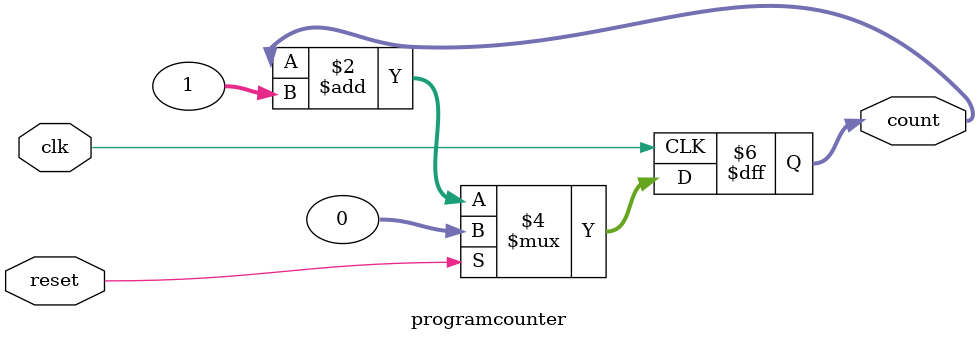
<source format=v>
module programcounter(count, clk, reset);

	input clk,reset;
	output [31:0]count;
	reg [31:0]count;

	always @ (posedge clk) 
	begin
		if (reset) 
		begin
			count=0;
		end

		else
		begin
			count=count+1;
		end
	end

endmodule

/*module TBPC;

  reg clk, reset;
  wire [31:0] count;
  programcounter pc(count, clk, reset);
  initial 
  begin
    repeat(1000)
    # 5 clk = ~clk;
  end
  initial 
  begin
    $monitor($time, " Reset = %b, Count= %b.", reset, count);
    #0  clk = 1'b0; reset = 1'b1;
    #11  reset = 1'b0;
    #30 reset=1'b1;
    #50 $finish;
  end

  initial
  begin
  	$dumpfile("programcounter.vcd");
  	$dumpvars;
  end

endmodule*/
</source>
